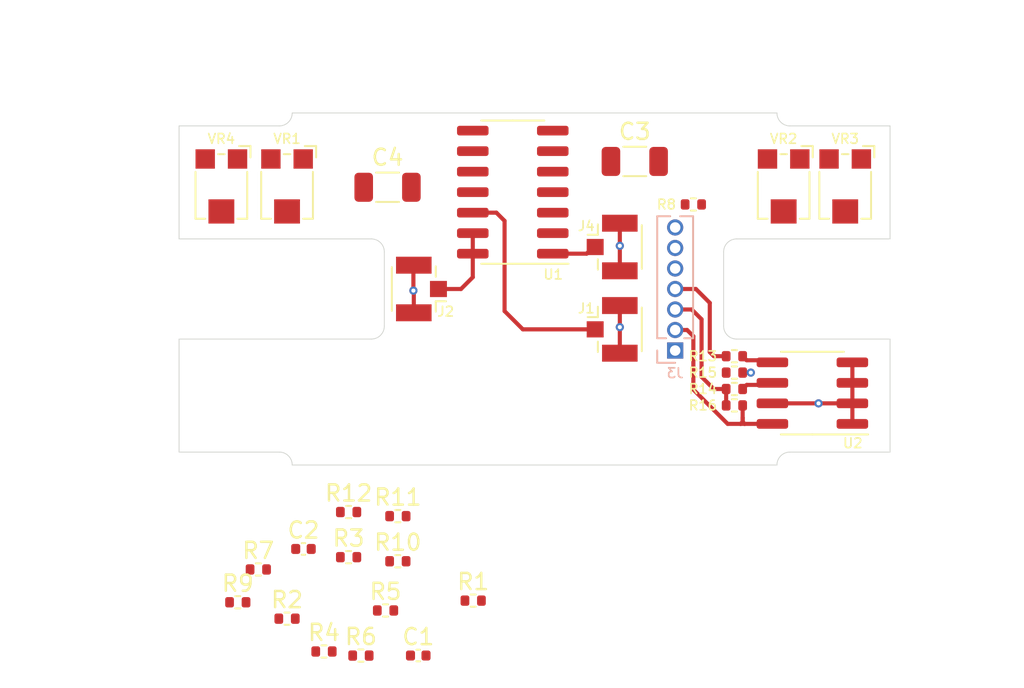
<source format=kicad_pcb>
(kicad_pcb (version 20211014) (generator pcbnew)
  (layers (0 "F.Cu" signal) (1 "In1.Cu" signal) (2 "In2.Cu" signal) (31 "B.Cu" signal) (34 "B.Paste" user) (35 "F.Paste" user) (36 "B.SilkS" user "B.Silkscreen") (37 "F.SilkS" user "F.Silkscreen") (38 "B.Mask" user) (39 "F.Mask" user) (44 "Edge.Cuts" user))
  (net 0 "")
  (net 1 "Net-(C1-Pad1)")
  (net 2 "GND")
  (net 3 "Net-(C2-Pad2)")
  (net 4 "Net-(C2-Pad1)")
  (net 5 "+15V")
  (net 6 "-15V")
  (net 7 "/PROBE")
  (net 8 "/H_OUT")
  (net 9 "+5V")
  (net 10 "/ID_CLK")
  (net 11 "/ID_DAT")
  (net 14 "/V_OUT")
  (net 15 "/HI_PROBE")
  (net 16 "/LO_PROBE")
  (net 17 "Net-(R5-Pad1)")
  (net 18 "Net-(R5-Pad2)")
  (net 19 "Net-(R6-Pad1)")
  (net 20 "Net-(R7-Pad1)")
  (net 21 "Net-(R8-Pad2)")
  (net 22 "Net-(R10-Pad2)")
  (net 23 "Net-(R13-Pad2)")
  (net 24 "Net-(R14-Pad2)")
  (net 25 "Net-(LA1-Pad2)")
  (net 26 "/LO_GND")
  (net 27 "/HI_GND")
  (footprint "Connector_Coaxial:U.FL_Hirose_U.FL-R-SMT-1_Vertical" (layer "F.Cu") (at 126.8 113.4)
    (fp_text reference "J1" (at -1.6 -1.3) (layer "F.SilkS") (effects (font (size 0.6 0.6) (thickness 0.1))))
    (fp_text value "Probe")
    (fp_line (start -0.885 1.4) (end -0.885 0.76) (layer "F.SilkS") (width 0.12))
    (fp_line (start 1.835 -1.35) (end 1.835 1.35) (layer "F.SilkS") (width 0.12))
    (fp_line (start -0.885 -0.76) (end -1.515 -0.76) (layer "F.SilkS") (width 0.12))
    (fp_line (start -0.885 -1.4) (end -0.885 -0.76) (layer "F.SilkS") (width 0.12))
    (pad "1" smd rect locked (at -1.05 0) (size 1.05 1) (layers "F.Cu" "F.Paste" "F.Mask") (net 7 "/PROBE"))
    (pad "2" smd rect locked (at 0.475 1.475) (size 2.2 1.05) (layers "F.Cu" "F.Paste" "F.Mask") (net 2 "GND"))
    (pad "2" smd rect locked (at 0.475 -1.475) (size 2.2 1.05) (layers "F.Cu" "F.Paste" "F.Mask") (net 2 "GND"))
  )
  (footprint "Resistor_SMD:R_0402_1005Metric" (layer "F.Cu") (at 112.776 130.81)
    (fp_text reference "R5" (at 0 -1.17) (layer "F.SilkS"))
    (fp_text value "10k")
    (fp_line (start -0.153641 0.38) (end 0.153641 0.38) (layer "F.SilkS") (width 0.12))
    (fp_line (start -0.153641 -0.38) (end 0.153641 -0.38) (layer "F.SilkS") (width 0.12))
    (pad "1" smd roundrect (at -0.51 0) (size 0.54 0.64) (layers "F.Cu" "F.Paste" "F.Mask") (net 17 "Net-(R5-Pad1)"))
    (pad "2" smd roundrect (at 0.51 0) (size 0.54 0.64) (layers "F.Cu" "F.Paste" "F.Mask") (net 18 "Net-(R5-Pad2)"))
  )
  (footprint "Resistor_SMD:R_0402_1005Metric" (layer "F.Cu") (at 108.966 133.35)
    (fp_text reference "R4" (at 0 -1.17) (layer "F.SilkS"))
    (fp_text value "7k07")
    (fp_line (start -0.153641 -0.38) (end 0.153641 -0.38) (layer "F.SilkS") (width 0.12))
    (fp_line (start -0.153641 0.38) (end 0.153641 0.38) (layer "F.SilkS") (width 0.12))
    (pad "1" smd roundrect (at -0.51 0) (size 0.54 0.64) (layers "F.Cu" "F.Paste" "F.Mask") (net 16 "/LO_PROBE"))
    (pad "2" smd roundrect (at 0.51 0) (size 0.54 0.64) (layers "F.Cu" "F.Paste" "F.Mask") (net 7 "/PROBE"))
  )
  (footprint "Resistor_SMD:R_0402_1005Metric" (layer "F.Cu") (at 104.902 128.27)
    (fp_text reference "R7" (at 0 -1.17) (layer "F.SilkS"))
    (fp_text value "220k")
    (fp_line (start -0.153641 0.38) (end 0.153641 0.38) (layer "F.SilkS") (width 0.12))
    (fp_line (start -0.153641 -0.38) (end 0.153641 -0.38) (layer "F.SilkS") (width 0.12))
    (pad "1" smd roundrect (at -0.51 0) (size 0.54 0.64) (layers "F.Cu" "F.Paste" "F.Mask") (net 20 "Net-(R7-Pad1)"))
    (pad "2" smd roundrect (at 0.51 0) (size 0.54 0.64) (layers "F.Cu" "F.Paste" "F.Mask") (net 19 "Net-(R6-Pad1)"))
  )
  (footprint "Resistor_SMD:R_0402_1005Metric" (layer "F.Cu") (at 106.68 131.318)
    (fp_text reference "R2" (at 0 -1.17) (layer "F.SilkS"))
    (fp_text value "1k5")
    (fp_line (start -0.153641 0.38) (end 0.153641 0.38) (layer "F.SilkS") (width 0.12))
    (fp_line (start -0.153641 -0.38) (end 0.153641 -0.38) (layer "F.SilkS") (width 0.12))
    (pad "1" smd roundrect (at -0.51 0) (size 0.54 0.64) (layers "F.Cu" "F.Paste" "F.Mask") (net 3 "Net-(C2-Pad2)"))
    (pad "2" smd roundrect (at 0.51 0) (size 0.54 0.64) (layers "F.Cu" "F.Paste" "F.Mask") (net 1 "Net-(C1-Pad1)"))
  )
  (footprint "Connector_Coaxial:U.FL_Hirose_U.FL-R-SMT-1_Vertical" (layer "F.Cu") (at 126.8 108.3)
    (fp_text reference "J4" (at -1.6 -1.3) (layer "F.SilkS") (effects (font (size 0.6 0.6) (thickness 0.1))))
    (fp_text value "Pigtail_BNC")
    (fp_line (start -0.885 -1.4) (end -0.885 -0.76) (layer "F.SilkS") (width 0.12))
    (fp_line (start -0.885 1.4) (end -0.885 0.76) (layer "F.SilkS") (width 0.12))
    (fp_line (start -0.885 -0.76) (end -1.515 -0.76) (layer "F.SilkS") (width 0.12))
    (fp_line (start 1.835 -1.35) (end 1.835 1.35) (layer "F.SilkS") (width 0.12))
    (pad "1" smd rect locked (at -1.05 0) (size 1.05 1) (layers "F.Cu" "F.Paste" "F.Mask") (net 14 "/V_OUT"))
    (pad "2" smd rect locked (at 0.475 -1.475) (size 2.2 1.05) (layers "F.Cu" "F.Paste" "F.Mask") (net 2 "GND"))
    (pad "2" smd rect locked (at 0.475 1.475) (size 2.2 1.05) (layers "F.Cu" "F.Paste" "F.Mask") (net 2 "GND"))
  )
  (footprint "Capacitor_SMD:C_1206_3216Metric" (layer "F.Cu") (at 128.2 103)
    (fp_text reference "C3" (at 0 -1.85) (layer "F.SilkS"))
    (fp_text value "4u7")
    (fp_line (start -0.711252 -0.91) (end 0.711252 -0.91) (layer "F.SilkS") (width 0.12))
    (fp_line (start -0.711252 0.91) (end 0.711252 0.91) (layer "F.SilkS") (width 0.12))
    (pad "1" smd roundrect (at -1.475 0) (size 1.15 1.8) (layers "F.Cu" "F.Paste" "F.Mask") (roundrect_rratio 0.217391) (net 5 "+15V"))
    (pad "2" smd roundrect (at 1.475 0) (size 1.15 1.8) (layers "F.Cu" "F.Paste" "F.Mask") (roundrect_rratio 0.217391) (net 2 "GND"))
  )
  (footprint "Resistor_SMD:R_0402_1005Metric" (layer "F.Cu") (at 118.2 130.2)
    (fp_text reference "R1" (at 0 -1.17) (layer "F.SilkS"))
    (fp_text value "1k5")
    (fp_line (start -0.153641 -0.38) (end 0.153641 -0.38) (layer "F.SilkS") (width 0.12))
    (fp_line (start -0.153641 0.38) (end 0.153641 0.38) (layer "F.SilkS") (width 0.12))
    (pad "1" smd roundrect (at -0.51 0) (size 0.54 0.64) (layers "F.Cu" "F.Paste" "F.Mask") (net 1 "Net-(C1-Pad1)"))
    (pad "2" smd roundrect (at 0.51 0) (size 0.54 0.64) (layers "F.Cu" "F.Paste" "F.Mask") (net 2 "GND"))
  )
  (footprint "Capacitor_SMD:C_1206_3216Metric" (layer "F.Cu") (at 112.9 104.6)
    (fp_text reference "C4" (at 0 -1.85) (layer "F.SilkS"))
    (fp_text value "4u7")
    (fp_line (start -0.711252 -0.91) (end 0.711252 -0.91) (layer "F.SilkS") (width 0.12))
    (fp_line (start -0.711252 0.91) (end 0.711252 0.91) (layer "F.SilkS") (width 0.12))
    (pad "1" smd roundrect (at -1.475 0) (size 1.15 1.8) (layers "F.Cu" "F.Paste" "F.Mask") (roundrect_rratio 0.217391) (net 2 "GND"))
    (pad "2" smd roundrect (at 1.475 0) (size 1.15 1.8) (layers "F.Cu" "F.Paste" "F.Mask") (roundrect_rratio 0.217391) (net 6 "-15V"))
  )
  (footprint "Resistor_SMD:R_0402_1005Metric" (layer "F.Cu") (at 110.49 127.508)
    (fp_text reference "R3" (at 0 -1.17) (layer "F.SilkS"))
    (fp_text value "707R")
    (fp_line (start -0.153641 -0.38) (end 0.153641 -0.38) (layer "F.SilkS") (width 0.12))
    (fp_line (start -0.153641 0.38) (end 0.153641 0.38) (layer "F.SilkS") (width 0.12))
    (pad "1" smd roundrect (at -0.51 0) (size 0.54 0.64) (layers "F.Cu" "F.Paste" "F.Mask") (net 15 "/HI_PROBE"))
    (pad "2" smd roundrect (at 0.51 0) (size 0.54 0.64) (layers "F.Cu" "F.Paste" "F.Mask") (net 7 "/PROBE"))
  )
  (footprint "Resistor_SMD:R_0402_1005Metric" (layer "F.Cu") (at 131.826 105.664)
    (fp_text reference "R8" (at -1.016 0) (layer "F.SilkS") (effects (font (size 0.6 0.6) (thickness 0.1)) (justify right)))
    (fp_text value "100k")
    (fp_line (start -0.153641 0.38) (end 0.153641 0.38) (layer "F.SilkS") (width 0.12))
    (fp_line (start -0.153641 -0.38) (end 0.153641 -0.38) (layer "F.SilkS") (width 0.12))
    (pad "1" smd roundrect (at -0.51 0) (size 0.54 0.64) (layers "F.Cu" "F.Paste" "F.Mask") (net 20 "Net-(R7-Pad1)"))
    (pad "2" smd roundrect (at 0.51 0) (size 0.54 0.64) (layers "F.Cu" "F.Paste" "F.Mask") (net 21 "Net-(R8-Pad2)"))
  )
  (footprint "Package_SO:SOIC-14_3.9x8.7mm_P1.27mm" (layer "F.Cu") (at 120.65 104.902 180)
    (fp_text reference "U1" (at -2.5 -5.1) (layer "F.SilkS") (effects (font (size 0.6 0.6) (thickness 0.1))))
    (fp_text value "TL074")
    (fp_line (start 0 4.435) (end 1.95 4.435) (layer "F.SilkS") (width 0.12))
    (fp_line (start 0 -4.435) (end -3.45 -4.435) (layer "F.SilkS") (width 0.12))
    (fp_line (start 0 4.435) (end -1.95 4.435) (layer "F.SilkS") (width 0.12))
    (fp_line (start 0 -4.435) (end 1.95 -4.435) (layer "F.SilkS") (width 0.12))
    (pad "1" smd roundrect (at -2.475 -3.81 180) (size 1.95 0.6) (layers "F.Cu" "F.Paste" "F.Mask") (net 14 "/V_OUT"))
    (pad "2" smd roundrect (at -2.475 -2.54 180) (size 1.95 0.6) (layers "F.Cu" "F.Paste" "F.Mask") (net 22 "Net-(R10-Pad2)"))
    (pad "3" smd roundrect (at -2.475 -1.27 180) (size 1.95 0.6) (layers "F.Cu" "F.Paste" "F.Mask") (net 20 "Net-(R7-Pad1)"))
    (pad "4" smd roundrect (at -2.475 0 180) (size 1.95 0.6) (layers "F.Cu" "F.Paste" "F.Mask") (net 5 "+15V"))
    (pad "5" smd roundrect (at -2.475 1.27 180) (size 1.95 0.6) (layers "F.Cu" "F.Paste" "F.Mask") (net 2 "GND"))
    (pad "6" smd roundrect (at -2.475 2.54 180) (size 1.95 0.6) (layers "F.Cu" "F.Paste" "F.Mask") (net 17 "Net-(R5-Pad1)"))
    (pad "7" smd roundrect (at -2.475 3.81 180) (size 1.95 0.6) (layers "F.Cu" "F.Paste" "F.Mask") (net 19 "Net-(R6-Pad1)"))
    (pad "8" smd roundrect (at 2.475 3.81 180) (size 1.95 0.6) (layers "F.Cu" "F.Paste" "F.Mask") (net 4 "Net-(C2-Pad1)"))
    (pad "9" smd roundrect (at 2.475 2.54 180) (size 1.95 0.6) (layers "F.Cu" "F.Paste" "F.Mask") (net 25 "Net-(LA1-Pad2)"))
    (pad "10" smd roundrect (at 2.475 1.27 180) (size 1.95 0.6) (layers "F.Cu" "F.Paste" "F.Mask") (net 1 "Net-(C1-Pad1)"))
    (pad "11" smd roundrect (at 2.475 0 180) (size 1.95 0.6) (layers "F.Cu" "F.Paste" "F.Mask") (net 6 "-15V"))
    (pad "12" smd roundrect (at 2.475 -1.27 180) (size 1.95 0.6) (layers "F.Cu" "F.Paste" "F.Mask") (net 7 "/PROBE"))
    (pad "13" smd roundrect (at 2.475 -2.54 180) (size 1.95 0.6) (layers "F.Cu" "F.Paste" "F.Mask") (net 8 "/H_OUT"))
    (pad "14" smd roundrect (at 2.475 -3.81 180) (size 1.95 0.6) (layers "F.Cu" "F.Paste" "F.Mask") (net 8 "/H_OUT"))
  )
  (footprint "Resistor_SMD:R_0402_1005Metric" (layer "F.Cu") (at 111.252 133.604)
    (fp_text reference "R6" (at 0 -1.17) (layer "F.SilkS"))
    (fp_text value "100k")
    (fp_line (start -0.153641 0.38) (end 0.153641 0.38) (layer "F.SilkS") (width 0.12))
    (fp_line (start -0.153641 -0.38) (end 0.153641 -0.38) (layer "F.SilkS") (width 0.12))
    (pad "1" smd roundrect (at -0.51 0) (size 0.54 0.64) (layers "F.Cu" "F.Paste" "F.Mask") (net 19 "Net-(R6-Pad1)"))
    (pad "2" smd roundrect (at 0.51 0) (size 0.54 0.64) (layers "F.Cu" "F.Paste" "F.Mask") (net 17 "Net-(R5-Pad1)"))
  )
  (footprint "Resistor_SMD:R_0402_1005Metric" (layer "F.Cu") (at 134.366 118.11 180)
    (fp_text reference "R16" (at 1.016 0) (layer "F.SilkS") (effects (font (size 0.6 0.6) (thickness 0.1)) (justify right)))
    (fp_text value "10k")
    (fp_line (start -0.153641 -0.38) (end 0.153641 -0.38) (layer "F.SilkS") (width 0.12))
    (fp_line (start -0.153641 0.38) (end 0.153641 0.38) (layer "F.SilkS") (width 0.12))
    (pad "1" smd roundrect (at -0.51 0 180) (size 0.54 0.64) (layers "F.Cu" "F.Paste" "F.Mask") (net 9 "+5V"))
    (pad "2" smd roundrect (at 0.51 0 180) (size 0.54 0.64) (layers "F.Cu" "F.Paste" "F.Mask") (net 10 "/ID_CLK"))
  )
  (footprint "Resistor_SMD:R_0402_1005Metric" (layer "F.Cu") (at 134.366 116.078)
    (fp_text reference "R15" (at -1.016 0) (layer "F.SilkS") (effects (font (size 0.6 0.6) (thickness 0.1)) (justify right)))
    (fp_text value "3k57")
    (fp_line (start -0.153641 -0.38) (end 0.153641 -0.38) (layer "F.SilkS") (width 0.12))
    (fp_line (start -0.153641 0.38) (end 0.153641 0.38) (layer "F.SilkS") (width 0.12))
    (pad "1" smd roundrect (at -0.51 0) (size 0.54 0.64) (layers "F.Cu" "F.Paste" "F.Mask") (net 11 "/ID_DAT"))
    (pad "2" smd roundrect (at 0.51 0) (size 0.54 0.64) (layers "F.Cu" "F.Paste" "F.Mask") (net 2 "GND"))
  )
  (footprint "Resistor_SMD:R_0402_1005Metric" (layer "F.Cu") (at 134.366 117.094)
    (fp_text reference "R14" (at -1.016 0) (layer "F.SilkS") (effects (font (size 0.6 0.6) (thickness 0.1)) (justify right)))
    (fp_text value "100R")
    (fp_line (start -0.153641 0.38) (end 0.153641 0.38) (layer "F.SilkS") (width 0.12))
    (fp_line (start -0.153641 -0.38) (end 0.153641 -0.38) (layer "F.SilkS") (width 0.12))
    (pad "1" smd roundrect (at -0.51 0) (size 0.54 0.64) (layers "F.Cu" "F.Paste" "F.Mask") (net 10 "/ID_CLK"))
    (pad "2" smd roundrect (at 0.51 0) (size 0.54 0.64) (layers "F.Cu" "F.Paste" "F.Mask") (net 24 "Net-(R14-Pad2)"))
  )
  (footprint "Resistor_SMD:R_0402_1005Metric" (layer "F.Cu") (at 134.366 115.062)
    (fp_text reference "R13" (at -1.016 0) (layer "F.SilkS") (effects (font (size 0.6 0.6) (thickness 0.1)) (justify right)))
    (fp_text value "100R")
    (fp_line (start -0.153641 -0.38) (end 0.153641 -0.38) (layer "F.SilkS") (width 0.12))
    (fp_line (start -0.153641 0.38) (end 0.153641 0.38) (layer "F.SilkS") (width 0.12))
    (pad "1" smd roundrect (at -0.51 0) (size 0.54 0.64) (layers "F.Cu" "F.Paste" "F.Mask") (net 11 "/ID_DAT"))
    (pad "2" smd roundrect (at 0.51 0) (size 0.54 0.64) (layers "F.Cu" "F.Paste" "F.Mask") (net 23 "Net-(R13-Pad2)"))
  )
  (footprint "Resistor_SMD:R_0402_1005Metric" (layer "F.Cu") (at 110.49 124.714)
    (fp_text reference "R12" (at 0 -1.17) (layer "F.SilkS"))
    (fp_text value "22k")
    (fp_line (start -0.153641 0.38) (end 0.153641 0.38) (layer "F.SilkS") (width 0.12))
    (fp_line (start -0.153641 -0.38) (end 0.153641 -0.38) (layer "F.SilkS") (width 0.12))
    (pad "1" smd roundrect (at -0.51 0) (size 0.54 0.64) (layers "F.Cu" "F.Paste" "F.Mask") (net 14 "/V_OUT"))
    (pad "2" smd roundrect (at 0.51 0) (size 0.54 0.64) (layers "F.Cu" "F.Paste" "F.Mask") (net 2 "GND"))
  )
  (footprint "Resistor_SMD:R_0402_1005Metric" (layer "F.Cu") (at 113.538 124.968)
    (fp_text reference "R11" (at 0 -1.17) (layer "F.SilkS"))
    (fp_text value "22k")
    (fp_line (start -0.153641 0.38) (end 0.153641 0.38) (layer "F.SilkS") (width 0.12))
    (fp_line (start -0.153641 -0.38) (end 0.153641 -0.38) (layer "F.SilkS") (width 0.12))
    (pad "1" smd roundrect (at -0.51 0) (size 0.54 0.64) (layers "F.Cu" "F.Paste" "F.Mask") (net 8 "/H_OUT"))
    (pad "2" smd roundrect (at 0.51 0) (size 0.54 0.64) (layers "F.Cu" "F.Paste" "F.Mask") (net 2 "GND"))
  )
  (footprint "Resistor_SMD:R_0402_1005Metric" (layer "F.Cu") (at 113.538 127.762)
    (fp_text reference "R10" (at 0 -1.17) (layer "F.SilkS"))
    (fp_text value "220k")
    (fp_line (start -0.153641 -0.38) (end 0.153641 -0.38) (layer "F.SilkS") (width 0.12))
    (fp_line (start -0.153641 0.38) (end 0.153641 0.38) (layer "F.SilkS") (width 0.12))
    (pad "1" smd roundrect (at -0.51 0) (size 0.54 0.64) (layers "F.Cu" "F.Paste" "F.Mask") (net 14 "/V_OUT"))
    (pad "2" smd roundrect (at 0.51 0) (size 0.54 0.64) (layers "F.Cu" "F.Paste" "F.Mask") (net 22 "Net-(R10-Pad2)"))
  )
  (footprint "Resistor_SMD:R_0402_1005Metric" (layer "F.Cu") (at 103.632 130.302)
    (fp_text reference "R9" (at 0 -1.17) (layer "F.SilkS"))
    (fp_text value "220k")
    (fp_line (start -0.153641 0.38) (end 0.153641 0.38) (layer "F.SilkS") (width 0.12))
    (fp_line (start -0.153641 -0.38) (end 0.153641 -0.38) (layer "F.SilkS") (width 0.12))
    (pad "1" smd roundrect (at -0.51 0) (size 0.54 0.64) (layers "F.Cu" "F.Paste" "F.Mask") (net 22 "Net-(R10-Pad2)"))
    (pad "2" smd roundrect (at 0.51 0) (size 0.54 0.64) (layers "F.Cu" "F.Paste" "F.Mask") (net 7 "/PROBE"))
  )
  (footprint "Connector_Coaxial:U.FL_Hirose_U.FL-R-SMT-1_Vertical" (layer "F.Cu") (at 115 110.9 180)
    (fp_text reference "J2" (at -1.5 -1.4) (layer "F.SilkS") (effects (font (size 0.6 0.6) (thickness 0.1))))
    (fp_text value "TekProbe_BNC")
    (fp_line (start -0.885 -0.76) (end -1.515 -0.76) (layer "F.SilkS") (width 0.12))
    (fp_line (start 1.835 -1.35) (end 1.835 1.35) (layer "F.SilkS") (width 0.12))
    (fp_line (start -0.885 -1.4) (end -0.885 -0.76) (layer "F.SilkS") (width 0.12))
    (fp_line (start -0.885 1.4) (end -0.885 0.76) (layer "F.SilkS") (width 0.12))
    (pad "1" smd rect locked (at -1.05 0 180) (size 1.05 1) (layers "F.Cu" "F.Paste" "F.Mask") (net 8 "/H_OUT"))
    (pad "2" smd rect locked (at 0.475 1.475 180) (size 2.2 1.05) (layers "F.Cu" "F.Paste" "F.Mask") (net 2 "GND"))
    (pad "2" smd rect locked (at 0.475 -1.475 180) (size 2.2 1.05) (layers "F.Cu" "F.Paste" "F.Mask") (net 2 "GND"))
  )
  (footprint "Capacitor_SMD:C_0402_1005Metric" (layer "F.Cu") (at 114.8 133.6)
    (fp_text reference "C1" (at 0 -1.16) (layer "F.SilkS"))
    (fp_text value "100n")
    (fp_line (start -0.107836 0.36) (end 0.107836 0.36) (layer "F.SilkS") (width 0.12))
    (fp_line (start -0.107836 -0.36) (end 0.107836 -0.36) (layer "F.SilkS") (width 0.12))
    (pad "1" smd roundrect (at -0.48 0) (size 0.56 0.62) (layers "F.Cu" "F.Paste" "F.Mask") (net 1 "Net-(C1-Pad1)"))
    (pad "2" smd roundrect (at 0.48 0) (size 0.56 0.62) (layers "F.Cu" "F.Paste" "F.Mask") (net 2 "GND"))
  )
  (footprint "Capacitor_SMD:C_0402_1005Metric" (layer "F.Cu") (at 107.696 127)
    (fp_text reference "C2" (at 0 -1.16) (layer "F.SilkS"))
    (fp_text value "100n")
    (fp_line (start -0.107836 -0.36) (end 0.107836 -0.36) (layer "F.SilkS") (width 0.12))
    (fp_line (start -0.107836 0.36) (end 0.107836 0.36) (layer "F.SilkS") (width 0.12))
    (pad "1" smd roundrect (at -0.48 0) (size 0.56 0.62) (layers "F.Cu" "F.Paste" "F.Mask") (net 4 "Net-(C2-Pad1)"))
    (pad "2" smd roundrect (at 0.48 0) (size 0.56 0.62) (layers "F.Cu" "F.Paste" "F.Mask") (net 3 "Net-(C2-Pad2)"))
  )
  (footprint "Package_SO:SOIC-8_3.9x4.9mm_P1.27mm" (layer "F.Cu") (at 139.192 117.348 180)
    (fp_text reference "U2" (at -2.5 -3.1) (layer "F.SilkS") (effects (font (size 0.6 0.6) (thickness 0.1))))
    (fp_text value "24C02")
    (fp_line (start 0 2.56) (end 1.95 2.56) (layer "F.SilkS") (width 0.12))
    (fp_line (start 0 2.56) (end -1.95 2.56) (layer "F.SilkS") (width 0.12))
    (fp_line (start 0 -2.56) (end -3.45 -2.56) (layer "F.SilkS") (width 0.12))
    (fp_line (start 0 -2.56) (end 1.95 -2.56) (layer "F.SilkS") (width 0.12))
    (pad "1" smd roundrect (at -2.475 -1.905 180) (size 1.95 0.6) (layers "F.Cu" "F.Paste" "F.Mask") (net 2 "GND"))
    (pad "2" smd roundrect (at -2.475 -0.635 180) (size 1.95 0.6) (layers "F.Cu" "F.Paste" "F.Mask") (net 2 "GND"))
    (pad "3" smd roundrect (at -2.475 0.635 180) (size 1.95 0.6) (layers "F.Cu" "F.Paste" "F.Mask") (net 2 "GND"))
    (pad "4" smd roundrect (at -2.475 1.905 180) (size 1.95 0.6) (layers "F.Cu" "F.Paste" "F.Mask") (net 2 "GND"))
    (pad "5" smd roundrect (at 2.475 1.905 180) (size 1.95 0.6) (layers "F.Cu" "F.Paste" "F.Mask") (net 23 "Net-(R13-Pad2)"))
    (pad "6" smd roundrect (at 2.475 0.635 180) (size 1.95 0.6) (layers "F.Cu" "F.Paste" "F.Mask") (net 24 "Net-(R14-Pad2)"))
    (pad "7" smd roundrect (at 2.475 -0.635 180) (size 1.95 0.6) (layers "F.Cu" "F.Paste" "F.Mask") (net 2 "GND"))
    (pad "8" smd roundrect (at 2.475 -1.905 180) (size 1.95 0.6) (layers "F.Cu" "F.Paste" "F.Mask") (net 9 "+5V"))
  )
  (footprint "Potentiometer_SMD:Potentiometer_Bourns_TC33X_Vertical" (layer "F.Cu") (at 106.68 104.648 -90)
    (fp_text reference "VR1" (at -3.048 0 180) (layer "F.SilkS") (effects (font (size 0.6 0.6) (thickness 0.1))))
    (fp_text value "200k")
    (fp_line (start -1.9 -1.8) (end -2.6 -1.8) (layer "F.SilkS") (width 0.12))
    (fp_line (start 1.9 1.6) (end 1.9 1) (layer "F.SilkS") (width 0.12))
    (fp_line (start -2.1 -0.2) (end -2.1 0.2) (layer "F.SilkS") (width 0.12))
    (fp_line (start -1 -1.6) (end 1.9 -1.6) (layer "F.SilkS") (width 0.12))
    (fp_line (start -1 1.6) (end 1.9 1.6) (layer "F.SilkS") (width 0.12))
    (fp_line (start -2.6 -1.8) (end -2.6 -1.1) (layer "F.SilkS") (width 0.12))
    (fp_line (start 1.9 -1.6) (end 1.9 -1) (layer "F.SilkS") (width 0.12))
    (pad "1" smd rect (at -1.8 -1 270) (size 1.2 1.2) (layers "F.Cu" "F.Paste" "F.Mask") (net 4 "Net-(C2-Pad1)"))
    (pad "2" smd rect (at 1.45 0 270) (size 1.5 1.6) (layers "F.Cu" "F.Paste" "F.Mask") (net 25 "Net-(LA1-Pad2)"))
    (pad "3" smd rect (at -1.8 1 270) (size 1.2 1.2) (layers "F.Cu" "F.Paste" "F.Mask"))
  )
  (footprint "Potentiometer_SMD:Potentiometer_Bourns_TC33X_Vertical" (layer "F.Cu") (at 137.414 104.648 -90)
    (fp_text reference "VR2" (at -3.048 0 180) (layer "F.SilkS") (effects (font (size 0.6 0.6) (thickness 0.1))))
    (fp_text value "200k")
    (fp_line (start -2.6 -1.8) (end -2.6 -1.1) (layer "F.SilkS") (width 0.12))
    (fp_line (start -1 -1.6) (end 1.9 -1.6) (layer "F.SilkS") (width 0.12))
    (fp_line (start 1.9 1.6) (end 1.9 1) (layer "F.SilkS") (width 0.12))
    (fp_line (start -2.1 -0.2) (end -2.1 0.2) (layer "F.SilkS") (width 0.12))
    (fp_line (start -1.9 -1.8) (end -2.6 -1.8) (layer "F.SilkS") (width 0.12))
    (fp_line (start 1.9 -1.6) (end 1.9 -1) (layer "F.SilkS") (width 0.12))
    (fp_line (start -1 1.6) (end 1.9 1.6) (layer "F.SilkS") (width 0.12))
    (pad "1" smd rect (at -1.8 -1 270) (size 1.2 1.2) (layers "F.Cu" "F.Paste" "F.Mask") (net 26 "/LO_GND"))
    (pad "2" smd rect (at 1.45 0 270) (size 1.5 1.6) (layers "F.Cu" "F.Paste" "F.Mask") (net 21 "Net-(R8-Pad2)"))
    (pad "3" smd rect (at -1.8 1 270) (size 1.2 1.2) (layers "F.Cu" "F.Paste" "F.Mask"))
  )
  (footprint "Potentiometer_SMD:Potentiometer_Bourns_TC33X_Vertical" (layer "F.Cu") (at 141.224 104.648 -90)
    (fp_text reference "VR3" (at -3.048 0 180) (layer "F.SilkS") (effects (font (size 0.6 0.6) (thickness 0.1))))
    (fp_text value "200k")
    (fp_line (start -1 1.6) (end 1.9 1.6) (layer "F.SilkS") (width 0.12))
    (fp_line (start 1.9 -1.6) (end 1.9 -1) (layer "F.SilkS") (width 0.12))
    (fp_line (start -1 -1.6) (end 1.9 -1.6) (layer "F.SilkS") (width 0.12))
    (fp_line (start 1.9 1.6) (end 1.9 1) (layer "F.SilkS") (width 0.12))
    (fp_line (start -2.1 -0.2) (end -2.1 0.2) (layer "F.SilkS") (width 0.12))
    (fp_line (start -2.6 -1.8) (end -2.6 -1.1) (layer "F.SilkS") (width 0.12))
    (fp_line (start -1.9 -1.8) (end -2.6 -1.8) (layer "F.SilkS") (width 0.12))
    (pad "1" smd rect (at -1.8 -1 270) (size 1.2 1.2) (layers "F.Cu" "F.Paste" "F.Mask") (net 27 "/HI_GND"))
    (pad "2" smd rect (at 1.45 0 270) (size 1.5 1.6) (layers "F.Cu" "F.Paste" "F.Mask") (net 21 "Net-(R8-Pad2)"))
    (pad "3" smd rect (at -1.8 1 270) (size 1.2 1.2) (layers "F.Cu" "F.Paste" "F.Mask"))
  )
  (footprint "Potentiometer_SMD:Potentiometer_Bourns_TC33X_Vertical" (layer "F.Cu") (at 102.616 104.648 -90)
    (fp_text reference "VR4" (at -3.048 0 180) (layer "F.SilkS") (effects (font (size 0.6 0.6) (thickness 0.1))))
    (fp_text value "10k")
    (fp_line (start 1.9 -1.6) (end 1.9 -1) (layer "F.SilkS") (width 0.12))
    (fp_line (start -2.1 -0.2) (end -2.1 0.2) (layer "F.SilkS") (width 0.12))
    (fp_line (start 1.9 1.6) (end 1.9 1) (layer "F.SilkS") (width 0.12))
    (fp_line (start -1.9 -1.8) (end -2.6 -1.8) (layer "F.SilkS") (width 0.12))
    (fp_line (start -1 -1.6) (end 1.9 -1.6) (layer "F.SilkS") (width 0.12))
    (fp_line (start -1 1.6) (end 1.9 1.6) (layer "F.SilkS") (width 0.12))
    (fp_line (start -2.6 -1.8) (end -2.6 -1.1) (layer "F.SilkS") (width 0.12))
    (pad "1" smd rect (at -1.8 -1 270) (size 1.2 1.2) (layers "F.Cu" "F.Paste" "F.Mask") (net 4 "Net-(C2-Pad1)"))
    (pad "2" smd rect (at 1.45 0 270) (size 1.5 1.6) (layers "F.Cu" "F.Paste" "F.Mask") (net 18 "Net-(R5-Pad2)"))
    (pad "3" smd rect (at -1.8 1 270) (size 1.2 1.2) (layers "F.Cu" "F.Paste" "F.Mask") (net 2 "GND"))
  )
  (footprint "Connector_PinHeader_1.27mm:PinHeader_1x07_P1.27mm_Vertical" (layer "B.Cu") (at 130.7 114.71)
    (fp_text reference "J3" (at 0 1.4) (layer "B.SilkS") (effects (font (size 0.6 0.6) (thickness 0.1)) (justify mirror)))
    (fp_text value "TekProbe_Header")
    (fp_line (start -1.11 0) (end -1.11 0.76) (layer "B.SilkS") (width 0.12))
    (fp_line (start -1.11 -0.76) (end -0.563471 -0.76) (layer "B.SilkS") (width 0.12))
    (fp_line (start 1.11 -0.76) (end 1.11 -8.315) (layer "B.SilkS") (width 0.12))
    (fp_line (start -1.11 -8.315) (end -0.30753 -8.315) (layer "B.SilkS") (width 0.12))
    (fp_line (start -1.11 -0.76) (end -1.11 -8.315) (layer "B.SilkS") (width 0.12))
    (fp_line (start 0.563471 -0.76) (end 1.11 -0.76) (layer "B.SilkS") (width 0.12))
    (fp_line (start -1.11 0.76) (end 0 0.76) (layer "B.SilkS") (width 0.12))
    (fp_line (start 0.30753 -8.315) (end 1.11 -8.315) (layer "B.SilkS") (width 0.12))
    (pad "1" thru_hole rect locked (at 0 0) (size 1 1) (drill 0.65) (layers *.Cu *.Mask) (net 5 "+15V"))
    (pad "2" thru_hole oval locked (at 0 -1.27) (size 1 1) (drill 0.65) (layers *.Cu *.Mask) (net 9 "+5V"))
    (pad "3" thru_hole oval locked (at 0 -2.54) (size 1 1) (drill 0.65) (layers *.Cu *.Mask) (net 10 "/ID_CLK"))
    (pad "4" thru_hole oval locked (at 0 -3.81) (size 1 1) (drill 0.65) (layers *.Cu *.Mask) (net 11 "/ID_DAT"))
    (pad "5" thru_hole oval locked (at 0 -5.08) (size 1 1) (drill 0.65) (layers *.Cu *.Mask) (net 6 "-15V"))
    (pad "6" thru_hole oval locked (at 0 -6.35) (size 1 1) (drill 0.65) (layers *.Cu *.Mask))
    (pad "7" thru_hole oval locked (at 0 -7.62) (size 1 1) (drill 0.65) (layers *.Cu *.Mask))
  )
  (gr_line (start 100 121) (end 106.2 121) (layer "Edge.Cuts") (width 0.05))
  (gr_arc (start 106.2 121) (mid 106.765685 121.234315) (end 107 121.8) (layer "Edge.Cuts") (width 0.05))
  (gr_arc (start 137.8 100.8) (mid 137.234315 100.565685) (end 137 100) (layer "Edge.Cuts") (width 0.05))
  (gr_line (start 137.8 100.8) (end 144 100.8) (layer "Edge.Cuts") (width 0.05))
  (gr_line (start 144 100.8) (end 144 107.8) (layer "Edge.Cuts") (width 0.05))
  (gr_line (start 137.8 121) (end 144 121) (layer "Edge.Cuts") (width 0.05))
  (gr_arc (start 137 121.8) (mid 137.234315 121.234315) (end 137.8 121) (layer "Edge.Cuts") (width 0.05))
  (gr_line (start 107 121.8) (end 137 121.8) (layer "Edge.Cuts") (width 0.05))
  (gr_arc (start 133.7 108.6) (mid 133.934315 108.034315) (end 134.5 107.8) (layer "Edge.Cuts") (width 0.05))
  (gr_line (start 134.5 114) (end 144 114) (layer "Edge.Cuts") (width 0.05))
  (gr_arc (start 134.5 114) (mid 133.934315 113.765685) (end 133.7 113.2) (layer "Edge.Cuts") (width 0.05))
  (gr_line (start 133.7 113.2) (end 133.7 108.6) (layer "Edge.Cuts") (width 0.05))
  (gr_line (start 144 114) (end 144 121) (layer "Edge.Cuts") (width 0.05))
  (gr_line (start 100 100.8) (end 100 107.8) (layer "Edge.Cuts") (width 0.05))
  (gr_line (start 100 114) (end 100 121) (layer "Edge.Cuts") (width 0.05))
  (gr_arc (start 112.7 113.2) (mid 112.465685 113.765685) (end 111.9 114) (layer "Edge.Cuts") (width 0.05))
  (gr_line (start 100 107.8) (end 111.9 107.8) (layer "Edge.Cuts") (width 0.05))
  (gr_arc (start 111.9 107.8) (mid 112.465685 108.034315) (end 112.7 108.6) (layer "Edge.Cuts") (width 0.05))
  (gr_line (start 112.7 108.6) (end 112.7 113.2) (layer "Edge.Cuts") (width 0.05))
  (gr_line (start 100 100.8) (end 106.2 100.8) (layer "Edge.Cuts") (width 0.05))
  (gr_line (start 107 100) (end 137 100) (layer "Edge.Cuts") (width 0.05))
  (gr_line (start 134.5 107.8) (end 144 107.8) (layer "Edge.Cuts") (width 0.05))
  (gr_line (start 100 114) (end 111.9 114) (layer "Edge.Cuts") (width 0.05))
  (gr_arc (start 107 100) (mid 106.765685 100.565685) (end 106.2 100.8) (layer "Edge.Cuts") (width 0.05))
  (segment (start 134.876 116.078) (end 135.382 116.078) (width 0.254) (layer "F.Cu") (net 2))
  (segment (start 127.275 109.775) (end 127.275 108.225008) (width 0.254) (layer "F.Cu") (net 2))
  (segment (start 114.5 111) (end 114.5 109.45) (width 0.254) (layer "F.Cu") (net 2))
  (segment (start 136.717 117.983) (end 139.573 117.983) (width 0.254) (layer "F.Cu") (net 2))
  (segment (start 114.525 111.025) (end 114.5 111) (width 0.254) (layer "F.Cu") (net 2))
  (segment (start 127.275 111.925) (end 127.275 113.263) (width 0.254) (layer "F.Cu") (net 2))
  (segment (start 114.525 112.375) (end 114.525 111.025) (width 0.254) (layer "F.Cu") (net 2))
  (segment (start 127.275 113.263) (end 127.275 114.875) (width 0.254) (layer "F.Cu") (net 2))
  (segment (start 127.275 106.825) (end 127.275 108.225008) (width 0.254) (layer "F.Cu") (net 2))
  (segment (start 114.5 109.45) (end 114.525 109.425) (width 0.254) (layer "F.Cu") (net 2))
  (segment (start 141.667 117.983) (end 139.573 117.983) (width 0.254) (layer "F.Cu") (net 2))
  (segment (start 141.667 119.253) (end 141.667 115.443) (width 0.254) (layer "F.Cu") (net 2))
  (via (at 127.275 108.225008) (size 0.508) (drill 0.254) (layers "F.Cu" "B.Cu") (net 2))
  (via (at 139.573 117.983) (size 0.508) (drill 0.254) (layers "F.Cu" "B.Cu") (net 2))
  (via (at 114.5 111) (size 0.508) (drill 0.254) (layers "F.Cu" "B.Cu") (net 2))
  (via (at 127.275 113.263) (size 0.508) (drill 0.254) (layers "F.Cu" "B.Cu") (net 2))
  (via (at 135.382 116.078) (size 0.508) (drill 0.254) (layers "F.Cu" "B.Cu") (net 2))
  (segment (start 120.142 106.68) (end 120.142 112.268) (width 0.254) (layer "F.Cu") (net 7))
  (segment (start 119.634 106.172) (end 120.142 106.68) (width 0.254) (layer "F.Cu") (net 7))
  (segment (start 120.142 112.268) (end 121.274 113.4) (width 0.254) (layer "F.Cu") (net 7))
  (segment (start 118.175 106.172) (end 119.634 106.172) (width 0.254) (layer "F.Cu") (net 7))
  (segment (start 121.274 113.4) (end 125.75 113.4) (width 0.254) (layer "F.Cu") (net 7))
  (segment (start 117.446 110.9) (end 118.175 110.171) (width 0.254) (layer "F.Cu") (net 8))
  (segment (start 118.175 110.171) (end 118.175 108.712) (width 0.254) (layer "F.Cu") (net 8))
  (segment (start 116.05 110.9) (end 117.446 110.9) (width 0.254) (layer "F.Cu") (net 8))
  (segment (start 118.175 108.712) (end 118.175 107.442) (width 0.254) (layer "F.Cu") (net 8))
  (segment (start 134.876 119.128) (end 135.001 119.253) (width 0.254) (layer "F.Cu") (net 9))
  (segment (start 134.876 118.874) (end 134.876 119.124) (width 0.254) (layer "F.Cu") (net 9))
  (segment (start 134.747 119.253) (end 133.94925 119.253) (width 0.254) (layer "F.Cu") (net 9))
  (segment (start 131.825989 117.129739) (end 131.825989 113.825436) (width 0.254) (layer "F.Cu") (net 9))
  (segment (start 133.94925 119.253) (end 131.825989 117.129739) (width 0.254) (layer "F.Cu") (net 9))
  (segment (start 134.876 118.11) (end 134.876 118.142) (width 0.254) (layer "F.Cu") (net 9))
  (segment (start 135.001 119.253) (end 134.747 119.253) (width 0.254) (layer "F.Cu") (net 9))
  (segment (start 134.876 118.874) (end 134.876 119.128) (width 0.254) (layer "F.Cu") (net 9))
  (segment (start 136.717 119.253) (end 135.001 119.253) (width 0.254) (layer "F.Cu") (net 9))
  (segment (start 131.440553 113.44) (end 130.7 113.44) (width 0.254) (layer "F.Cu") (net 9))
  (segment (start 134.876 118.11) (end 134.876 118.874) (width 0.254) (layer "F.Cu") (net 9))
  (segment (start 134.876 119.124) (end 134.747 119.253) (width 0.254) (layer "F.Cu") (net 9))
  (segment (start 131.825989 113.825436) (end 131.440553 113.44) (width 0.254) (layer "F.Cu") (net 9))
  (segment (start 133.087 117.094) (end 133.856 117.094) (width 0.254) (layer "F.Cu") (net 10))
  (segment (start 133.856 118.11) (end 133.856 117.094) (width 0.254) (layer "F.Cu") (net 10))
  (segment (start 130.7 112.17) (end 131.728 112.17) (width 0.254) (layer "F.Cu") (net 10))
  (segment (start 131.728 112.17) (end 132.334 112.776) (width 0.254) (layer "F.Cu") (net 10))
  (segment (start 132.334 116.341) (end 133.087 117.094) (width 0.254) (layer "F.Cu") (net 10))
  (segment (start 132.334 112.776) (end 132.334 116.341) (width 0.254) (layer "F.Cu") (net 10))
  (segment (start 132.842 111.76) (end 131.982 110.9) (width 0.254) (layer "F.Cu") (net 11))
  (segment (start 132.842 114.808) (end 132.842 111.76) (width 0.254) (layer "F.Cu") (net 11))
  (segment (start 133.856 115.062) (end 133.096 115.062) (width 0.254) (layer "F.Cu") (net 11))
  (segment (start 131.982 110.9) (end 130.7 110.9) (width 0.254) (layer "F.Cu") (net 11))
  (segment (start 133.096 115.062) (end 132.842 114.808) (width 0.254) (layer "F.Cu") (net 11))
  (segment (start 123.125 108.712) (end 125.222 108.712) (width 0.254) (layer "F.Cu") (net 14))
  (segment (start 125.222 108.712) (end 125.634 108.3) (width 0.254) (layer "F.Cu") (net 14))
  (segment (start 125.634 108.3) (end 125.75 108.3) (width 0.254) (layer "F.Cu") (net 14))
  (segment (start 135.13 115.316) (end 134.876 115.062) (width 0.254) (layer "F.Cu") (net 23))
  (segment (start 136.59 115.316) (end 135.13 115.316) (width 0.254) (layer "F.Cu") (net 23))
  (segment (start 136.717 115.443) (end 136.59 115.316) (width 0.254) (layer "F.Cu") (net 23))
  (segment (start 136.59 116.84) (end 135.13 116.84) (width 0.254) (layer "F.Cu") (net 24))
  (segment (start 136.717 116.713) (end 136.59 116.84) (width 0.254) (layer "F.Cu") (net 24))
  (segment (start 135.13 116.84) (end 134.876 117.094) (width 0.254) (layer "F.Cu") (net 24))
)
</source>
